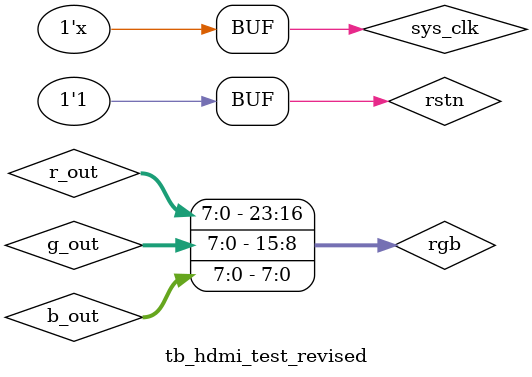
<source format=v>
`timescale 1ns / 1ps

module tb_hdmi_test_revised();
    reg             sys_clk       ;// input system clock 50MHz    
    wire            rstn_out      ;
    wire            iic_tx_scl    ;
    wire            iic_tx_sda    ;
    //for data respository        
    reg   [31:0]    fft_data      ;
    reg             data_valid    ;
    
    wire            led_int       ;
//hdmi_out                      
    wire            pix_clk       ; //pixclk                           
    wire            vs_out        ; 
    wire            hs_out        ; 
    wire            de_out        ;
    wire     [7:0]  r_out         ; 
    wire     [7:0]  g_out         ; 
    wire     [7:0]  b_out         ;
    
    wire [23:0]      rgb          ;
    
    reg   rstn;
//clock  
initial begin
    sys_clk = 1'b0;
    rstn <= 1'b0;
    #60;
    rstn <= 1'b1;
   
end    
    
 always #10 sys_clk = ~sys_clk;   
 
 //cnt
 reg [8:0] cnt;
 
 always@(posedge sys_clk) begin
    if(~rstn)
        cnt <= 9'd0;
    else if(cnt == 256)
        cnt <= 9'd0;
    else
        cnt <= cnt + 1'b1;
 end
 
 
 always@(posedge sys_clk)  begin
    if(~rstn)
        fft_data <= 32'd0 ;
    else
        fft_data <=  cnt; 
 end

 
 
 
 always@(posedge sys_clk) begin
    if(~rstn)
       data_valid <= 1'b0;
    else if(cnt == 1)
       data_valid <= 1'b1;
    else if(cnt == 256)
       data_valid <= 1'b0;
    else
       data_valid <= data_valid;   
 end
 
    
hdmi_test_revised hdmi_test_revised_inst
(
    .sys_clk     (sys_clk   ) ,
    .rstn_out    (rstn_out  ) ,
    .iic_tx_scl  (iic_tx_scl) ,
    .iic_tx_sda  (iic_tx_sda) ,
 
    .fft_data    (fft_data  ) ,
    .data_valid  (data_valid) ,
   
    .led_int     (led_int   ) ,

    .pix_clk     (pix_clk   ) ,                  
    .vs_out      (vs_out    ) , 
    .hs_out      (hs_out    ) , 
    .de_out      (de_out    ) ,
    .r_out       (r_out     ) , 
    .g_out       (g_out     ) , 
    .b_out       (b_out     ) 

);    
    
assign rgb = {r_out,g_out,b_out} ;   
    
    

endmodule


</source>
